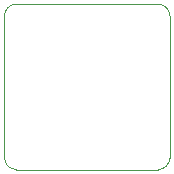
<source format=gbr>
%TF.GenerationSoftware,KiCad,Pcbnew,(5.1.5)-3*%
%TF.CreationDate,2021-04-14T07:11:28-05:00*%
%TF.ProjectId,Bottom Camera Calibration Card,426f7474-6f6d-4204-9361-6d6572612043,rev?*%
%TF.SameCoordinates,Original*%
%TF.FileFunction,Profile,NP*%
%FSLAX46Y46*%
G04 Gerber Fmt 4.6, Leading zero omitted, Abs format (unit mm)*
G04 Created by KiCad (PCBNEW (5.1.5)-3) date 2021-04-14 07:11:28*
%MOMM*%
%LPD*%
G04 APERTURE LIST*
%TA.AperFunction,Profile*%
%ADD10C,0.050000*%
%TD*%
G04 APERTURE END LIST*
D10*
X143000000Y-144000000D02*
G75*
G02X144000000Y-143000000I1000000J0D01*
G01*
X144000000Y-157000000D02*
G75*
G02X143000000Y-156000000I0J1000000D01*
G01*
X157000000Y-156000000D02*
G75*
G02X156000000Y-157000000I-1000000J0D01*
G01*
X156000000Y-143000000D02*
G75*
G02X157000000Y-144000000I0J-1000000D01*
G01*
X143000000Y-156000000D02*
X143000000Y-144000000D01*
X156000000Y-157000000D02*
X144000000Y-157000000D01*
X157000000Y-144000000D02*
X157000000Y-156000000D01*
X144000000Y-143000000D02*
X156000000Y-143000000D01*
M02*

</source>
